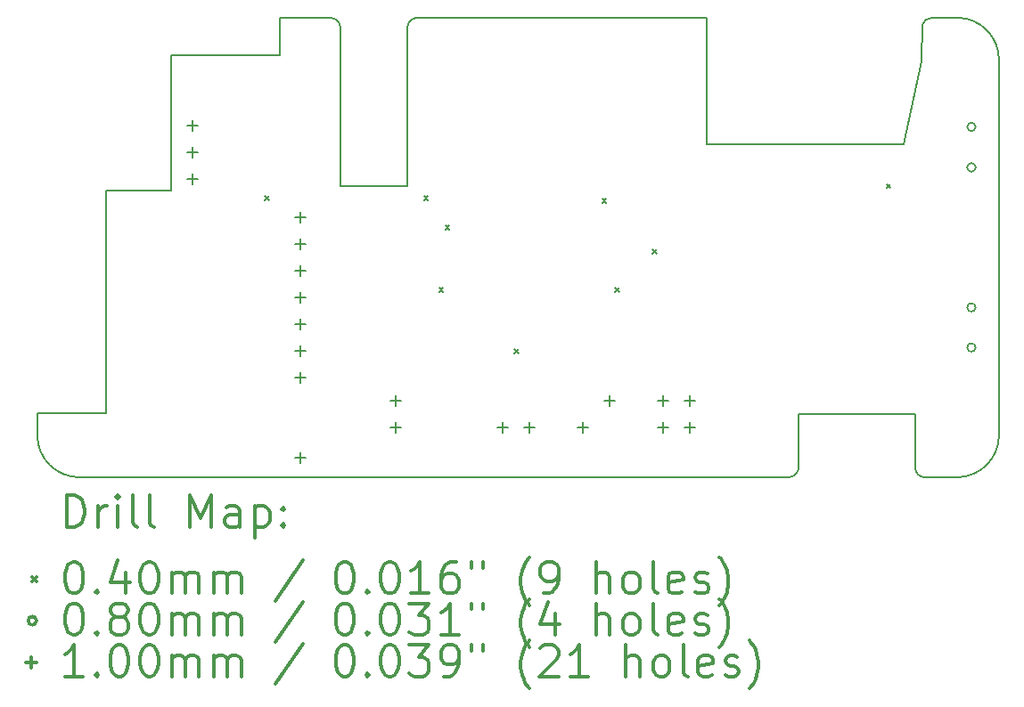
<source format=gbr>
%FSLAX45Y45*%
G04 Gerber Fmt 4.5, Leading zero omitted, Abs format (unit mm)*
G04 Created by KiCad (PCBNEW (5.1.5)-3) date 2020-06-10 15:28:02*
%MOMM*%
%LPD*%
G04 APERTURE LIST*
%TA.AperFunction,Profile*%
%ADD10C,0.150000*%
%TD*%
%ADD11C,0.200000*%
%ADD12C,0.300000*%
G04 APERTURE END LIST*
D10*
X11366500Y-6819900D02*
X10332944Y-6819900D01*
X11366500Y-6462114D02*
X11366500Y-6819900D01*
X9715500Y-10223500D02*
X9715500Y-8108014D01*
X9715500Y-10223500D02*
X9058000Y-10223500D01*
X11938000Y-8063000D02*
X12573000Y-8063000D01*
X10332944Y-8108014D02*
X9715500Y-8108014D01*
X10332944Y-8108014D02*
X10332944Y-6819900D01*
X17489000Y-10833000D02*
G75*
G02X17399000Y-10743000I0J90000D01*
G01*
X17293000Y-7663000D02*
X17462500Y-6883000D01*
X15420000Y-7663000D02*
X17293000Y-7663000D01*
X15420000Y-6463000D02*
X15420000Y-7663000D01*
X11838000Y-6463000D02*
X11366500Y-6462114D01*
X17805253Y-10833000D02*
X17489000Y-10833000D01*
X17462786Y-6533089D02*
G75*
G02X17562500Y-6463000I95233J-29512D01*
G01*
X17462786Y-6533089D02*
X17462500Y-6883000D01*
X16292500Y-10733000D02*
G75*
G02X16192500Y-10833000I-100000J0D01*
G01*
X12573000Y-6563000D02*
G75*
G02X12673000Y-6463000I100000J0D01*
G01*
X11838000Y-6463000D02*
G75*
G02X11938000Y-6563000I0J-100000D01*
G01*
X9458000Y-10833000D02*
G75*
G02X9058000Y-10433000I0J400000D01*
G01*
X18194404Y-10433000D02*
G75*
G02X17805253Y-10833000I-400151J0D01*
G01*
X17805400Y-6463151D02*
G75*
G02X18194404Y-6863000I-10996J-399849D01*
G01*
X17399000Y-10233000D02*
X16292500Y-10233000D01*
X16292500Y-10233000D02*
X16292500Y-10733000D01*
X17399000Y-10743000D02*
X17399000Y-10233000D01*
X16192500Y-10833000D02*
X12420000Y-10833000D01*
X18194404Y-6863000D02*
X18194404Y-10433000D01*
X17562500Y-6463000D02*
X17805400Y-6463151D01*
X12673000Y-6463000D02*
X15420000Y-6463000D01*
X12573000Y-8063000D02*
X12573000Y-6563000D01*
X11938000Y-6563000D02*
X11938000Y-8063000D01*
X9058000Y-10433000D02*
X9058000Y-10223500D01*
X12420000Y-10833000D02*
X9458000Y-10833000D01*
D11*
X11219246Y-8158800D02*
X11259246Y-8198800D01*
X11259246Y-8158800D02*
X11219246Y-8198800D01*
X12730800Y-8158800D02*
X12770800Y-8198800D01*
X12770800Y-8158800D02*
X12730800Y-8198800D01*
X12875580Y-9033068D02*
X12915580Y-9073068D01*
X12915580Y-9033068D02*
X12875580Y-9073068D01*
X12934000Y-8438200D02*
X12974000Y-8478200D01*
X12974000Y-8438200D02*
X12934000Y-8478200D01*
X13593130Y-9618030D02*
X13633130Y-9658030D01*
X13633130Y-9618030D02*
X13593130Y-9658030D01*
X14423964Y-8183184D02*
X14463964Y-8223184D01*
X14463964Y-8183184D02*
X14423964Y-8223184D01*
X14546392Y-9033830D02*
X14586392Y-9073830D01*
X14586392Y-9033830D02*
X14546392Y-9073830D01*
X14903770Y-8666546D02*
X14943770Y-8706546D01*
X14943770Y-8666546D02*
X14903770Y-8706546D01*
X17125000Y-8044500D02*
X17165000Y-8084500D01*
X17165000Y-8044500D02*
X17125000Y-8084500D01*
X17972400Y-7501700D02*
G75*
G03X17972400Y-7501700I-40000J0D01*
G01*
X17972400Y-7886700D02*
G75*
G03X17972400Y-7886700I-40000J0D01*
G01*
X17972400Y-9218700D02*
G75*
G03X17972400Y-9218700I-40000J0D01*
G01*
X17972400Y-9599700D02*
G75*
G03X17972400Y-9599700I-40000J0D01*
G01*
X12464455Y-10057453D02*
X12464455Y-10157453D01*
X12414455Y-10107453D02*
X12514455Y-10107453D01*
X12464455Y-10311453D02*
X12464455Y-10411453D01*
X12414455Y-10361453D02*
X12514455Y-10361453D01*
X13480455Y-10311453D02*
X13480455Y-10411453D01*
X13430455Y-10361453D02*
X13530455Y-10361453D01*
X13734455Y-10311453D02*
X13734455Y-10411453D01*
X13684455Y-10361453D02*
X13784455Y-10361453D01*
X14242455Y-10311453D02*
X14242455Y-10411453D01*
X14192455Y-10361453D02*
X14292455Y-10361453D01*
X14496455Y-10057453D02*
X14496455Y-10157453D01*
X14446455Y-10107453D02*
X14546455Y-10107453D01*
X15004455Y-10057453D02*
X15004455Y-10157453D01*
X14954455Y-10107453D02*
X15054455Y-10107453D01*
X15004455Y-10311453D02*
X15004455Y-10411453D01*
X14954455Y-10361453D02*
X15054455Y-10361453D01*
X15258455Y-10056453D02*
X15258455Y-10156453D01*
X15208455Y-10106453D02*
X15308455Y-10106453D01*
X15258455Y-10310453D02*
X15258455Y-10410453D01*
X15208455Y-10360453D02*
X15308455Y-10360453D01*
X10532944Y-7438014D02*
X10532944Y-7538014D01*
X10482944Y-7488014D02*
X10582944Y-7488014D01*
X10532944Y-7692014D02*
X10532944Y-7792014D01*
X10482944Y-7742014D02*
X10582944Y-7742014D01*
X10532944Y-7946014D02*
X10532944Y-8046014D01*
X10482944Y-7996014D02*
X10582944Y-7996014D01*
X11553952Y-8312188D02*
X11553952Y-8412188D01*
X11503952Y-8362188D02*
X11603952Y-8362188D01*
X11553952Y-8566188D02*
X11553952Y-8666188D01*
X11503952Y-8616188D02*
X11603952Y-8616188D01*
X11553952Y-8820188D02*
X11553952Y-8920188D01*
X11503952Y-8870188D02*
X11603952Y-8870188D01*
X11553952Y-9074188D02*
X11553952Y-9174188D01*
X11503952Y-9124188D02*
X11603952Y-9124188D01*
X11553952Y-9328188D02*
X11553952Y-9428188D01*
X11503952Y-9378188D02*
X11603952Y-9378188D01*
X11553952Y-9582188D02*
X11553952Y-9682188D01*
X11503952Y-9632188D02*
X11603952Y-9632188D01*
X11553952Y-9836188D02*
X11553952Y-9936188D01*
X11503952Y-9886188D02*
X11603952Y-9886188D01*
X11553952Y-10598188D02*
X11553952Y-10698188D01*
X11503952Y-10648188D02*
X11603952Y-10648188D01*
D12*
X9336928Y-11306214D02*
X9336928Y-11006214D01*
X9408357Y-11006214D01*
X9451214Y-11020500D01*
X9479786Y-11049072D01*
X9494071Y-11077643D01*
X9508357Y-11134786D01*
X9508357Y-11177643D01*
X9494071Y-11234786D01*
X9479786Y-11263357D01*
X9451214Y-11291929D01*
X9408357Y-11306214D01*
X9336928Y-11306214D01*
X9636928Y-11306214D02*
X9636928Y-11106214D01*
X9636928Y-11163357D02*
X9651214Y-11134786D01*
X9665500Y-11120500D01*
X9694071Y-11106214D01*
X9722643Y-11106214D01*
X9822643Y-11306214D02*
X9822643Y-11106214D01*
X9822643Y-11006214D02*
X9808357Y-11020500D01*
X9822643Y-11034786D01*
X9836928Y-11020500D01*
X9822643Y-11006214D01*
X9822643Y-11034786D01*
X10008357Y-11306214D02*
X9979786Y-11291929D01*
X9965500Y-11263357D01*
X9965500Y-11006214D01*
X10165500Y-11306214D02*
X10136928Y-11291929D01*
X10122643Y-11263357D01*
X10122643Y-11006214D01*
X10508357Y-11306214D02*
X10508357Y-11006214D01*
X10608357Y-11220500D01*
X10708357Y-11006214D01*
X10708357Y-11306214D01*
X10979786Y-11306214D02*
X10979786Y-11149072D01*
X10965500Y-11120500D01*
X10936928Y-11106214D01*
X10879786Y-11106214D01*
X10851214Y-11120500D01*
X10979786Y-11291929D02*
X10951214Y-11306214D01*
X10879786Y-11306214D01*
X10851214Y-11291929D01*
X10836928Y-11263357D01*
X10836928Y-11234786D01*
X10851214Y-11206214D01*
X10879786Y-11191929D01*
X10951214Y-11191929D01*
X10979786Y-11177643D01*
X11122643Y-11106214D02*
X11122643Y-11406214D01*
X11122643Y-11120500D02*
X11151214Y-11106214D01*
X11208357Y-11106214D01*
X11236928Y-11120500D01*
X11251214Y-11134786D01*
X11265500Y-11163357D01*
X11265500Y-11249071D01*
X11251214Y-11277643D01*
X11236928Y-11291929D01*
X11208357Y-11306214D01*
X11151214Y-11306214D01*
X11122643Y-11291929D01*
X11394071Y-11277643D02*
X11408357Y-11291929D01*
X11394071Y-11306214D01*
X11379786Y-11291929D01*
X11394071Y-11277643D01*
X11394071Y-11306214D01*
X11394071Y-11120500D02*
X11408357Y-11134786D01*
X11394071Y-11149072D01*
X11379786Y-11134786D01*
X11394071Y-11120500D01*
X11394071Y-11149072D01*
X9010500Y-11780500D02*
X9050500Y-11820500D01*
X9050500Y-11780500D02*
X9010500Y-11820500D01*
X9394071Y-11636214D02*
X9422643Y-11636214D01*
X9451214Y-11650500D01*
X9465500Y-11664786D01*
X9479786Y-11693357D01*
X9494071Y-11750500D01*
X9494071Y-11821929D01*
X9479786Y-11879071D01*
X9465500Y-11907643D01*
X9451214Y-11921929D01*
X9422643Y-11936214D01*
X9394071Y-11936214D01*
X9365500Y-11921929D01*
X9351214Y-11907643D01*
X9336928Y-11879071D01*
X9322643Y-11821929D01*
X9322643Y-11750500D01*
X9336928Y-11693357D01*
X9351214Y-11664786D01*
X9365500Y-11650500D01*
X9394071Y-11636214D01*
X9622643Y-11907643D02*
X9636928Y-11921929D01*
X9622643Y-11936214D01*
X9608357Y-11921929D01*
X9622643Y-11907643D01*
X9622643Y-11936214D01*
X9894071Y-11736214D02*
X9894071Y-11936214D01*
X9822643Y-11621929D02*
X9751214Y-11836214D01*
X9936928Y-11836214D01*
X10108357Y-11636214D02*
X10136928Y-11636214D01*
X10165500Y-11650500D01*
X10179786Y-11664786D01*
X10194071Y-11693357D01*
X10208357Y-11750500D01*
X10208357Y-11821929D01*
X10194071Y-11879071D01*
X10179786Y-11907643D01*
X10165500Y-11921929D01*
X10136928Y-11936214D01*
X10108357Y-11936214D01*
X10079786Y-11921929D01*
X10065500Y-11907643D01*
X10051214Y-11879071D01*
X10036928Y-11821929D01*
X10036928Y-11750500D01*
X10051214Y-11693357D01*
X10065500Y-11664786D01*
X10079786Y-11650500D01*
X10108357Y-11636214D01*
X10336928Y-11936214D02*
X10336928Y-11736214D01*
X10336928Y-11764786D02*
X10351214Y-11750500D01*
X10379786Y-11736214D01*
X10422643Y-11736214D01*
X10451214Y-11750500D01*
X10465500Y-11779071D01*
X10465500Y-11936214D01*
X10465500Y-11779071D02*
X10479786Y-11750500D01*
X10508357Y-11736214D01*
X10551214Y-11736214D01*
X10579786Y-11750500D01*
X10594071Y-11779071D01*
X10594071Y-11936214D01*
X10736928Y-11936214D02*
X10736928Y-11736214D01*
X10736928Y-11764786D02*
X10751214Y-11750500D01*
X10779786Y-11736214D01*
X10822643Y-11736214D01*
X10851214Y-11750500D01*
X10865500Y-11779071D01*
X10865500Y-11936214D01*
X10865500Y-11779071D02*
X10879786Y-11750500D01*
X10908357Y-11736214D01*
X10951214Y-11736214D01*
X10979786Y-11750500D01*
X10994071Y-11779071D01*
X10994071Y-11936214D01*
X11579786Y-11621929D02*
X11322643Y-12007643D01*
X11965500Y-11636214D02*
X11994071Y-11636214D01*
X12022643Y-11650500D01*
X12036928Y-11664786D01*
X12051214Y-11693357D01*
X12065500Y-11750500D01*
X12065500Y-11821929D01*
X12051214Y-11879071D01*
X12036928Y-11907643D01*
X12022643Y-11921929D01*
X11994071Y-11936214D01*
X11965500Y-11936214D01*
X11936928Y-11921929D01*
X11922643Y-11907643D01*
X11908357Y-11879071D01*
X11894071Y-11821929D01*
X11894071Y-11750500D01*
X11908357Y-11693357D01*
X11922643Y-11664786D01*
X11936928Y-11650500D01*
X11965500Y-11636214D01*
X12194071Y-11907643D02*
X12208357Y-11921929D01*
X12194071Y-11936214D01*
X12179786Y-11921929D01*
X12194071Y-11907643D01*
X12194071Y-11936214D01*
X12394071Y-11636214D02*
X12422643Y-11636214D01*
X12451214Y-11650500D01*
X12465500Y-11664786D01*
X12479786Y-11693357D01*
X12494071Y-11750500D01*
X12494071Y-11821929D01*
X12479786Y-11879071D01*
X12465500Y-11907643D01*
X12451214Y-11921929D01*
X12422643Y-11936214D01*
X12394071Y-11936214D01*
X12365500Y-11921929D01*
X12351214Y-11907643D01*
X12336928Y-11879071D01*
X12322643Y-11821929D01*
X12322643Y-11750500D01*
X12336928Y-11693357D01*
X12351214Y-11664786D01*
X12365500Y-11650500D01*
X12394071Y-11636214D01*
X12779786Y-11936214D02*
X12608357Y-11936214D01*
X12694071Y-11936214D02*
X12694071Y-11636214D01*
X12665500Y-11679071D01*
X12636928Y-11707643D01*
X12608357Y-11721929D01*
X13036928Y-11636214D02*
X12979786Y-11636214D01*
X12951214Y-11650500D01*
X12936928Y-11664786D01*
X12908357Y-11707643D01*
X12894071Y-11764786D01*
X12894071Y-11879071D01*
X12908357Y-11907643D01*
X12922643Y-11921929D01*
X12951214Y-11936214D01*
X13008357Y-11936214D01*
X13036928Y-11921929D01*
X13051214Y-11907643D01*
X13065500Y-11879071D01*
X13065500Y-11807643D01*
X13051214Y-11779071D01*
X13036928Y-11764786D01*
X13008357Y-11750500D01*
X12951214Y-11750500D01*
X12922643Y-11764786D01*
X12908357Y-11779071D01*
X12894071Y-11807643D01*
X13179786Y-11636214D02*
X13179786Y-11693357D01*
X13294071Y-11636214D02*
X13294071Y-11693357D01*
X13736928Y-12050500D02*
X13722643Y-12036214D01*
X13694071Y-11993357D01*
X13679786Y-11964786D01*
X13665500Y-11921929D01*
X13651214Y-11850500D01*
X13651214Y-11793357D01*
X13665500Y-11721929D01*
X13679786Y-11679071D01*
X13694071Y-11650500D01*
X13722643Y-11607643D01*
X13736928Y-11593357D01*
X13865500Y-11936214D02*
X13922643Y-11936214D01*
X13951214Y-11921929D01*
X13965500Y-11907643D01*
X13994071Y-11864786D01*
X14008357Y-11807643D01*
X14008357Y-11693357D01*
X13994071Y-11664786D01*
X13979786Y-11650500D01*
X13951214Y-11636214D01*
X13894071Y-11636214D01*
X13865500Y-11650500D01*
X13851214Y-11664786D01*
X13836928Y-11693357D01*
X13836928Y-11764786D01*
X13851214Y-11793357D01*
X13865500Y-11807643D01*
X13894071Y-11821929D01*
X13951214Y-11821929D01*
X13979786Y-11807643D01*
X13994071Y-11793357D01*
X14008357Y-11764786D01*
X14365500Y-11936214D02*
X14365500Y-11636214D01*
X14494071Y-11936214D02*
X14494071Y-11779071D01*
X14479786Y-11750500D01*
X14451214Y-11736214D01*
X14408357Y-11736214D01*
X14379786Y-11750500D01*
X14365500Y-11764786D01*
X14679786Y-11936214D02*
X14651214Y-11921929D01*
X14636928Y-11907643D01*
X14622643Y-11879071D01*
X14622643Y-11793357D01*
X14636928Y-11764786D01*
X14651214Y-11750500D01*
X14679786Y-11736214D01*
X14722643Y-11736214D01*
X14751214Y-11750500D01*
X14765500Y-11764786D01*
X14779786Y-11793357D01*
X14779786Y-11879071D01*
X14765500Y-11907643D01*
X14751214Y-11921929D01*
X14722643Y-11936214D01*
X14679786Y-11936214D01*
X14951214Y-11936214D02*
X14922643Y-11921929D01*
X14908357Y-11893357D01*
X14908357Y-11636214D01*
X15179786Y-11921929D02*
X15151214Y-11936214D01*
X15094071Y-11936214D01*
X15065500Y-11921929D01*
X15051214Y-11893357D01*
X15051214Y-11779071D01*
X15065500Y-11750500D01*
X15094071Y-11736214D01*
X15151214Y-11736214D01*
X15179786Y-11750500D01*
X15194071Y-11779071D01*
X15194071Y-11807643D01*
X15051214Y-11836214D01*
X15308357Y-11921929D02*
X15336928Y-11936214D01*
X15394071Y-11936214D01*
X15422643Y-11921929D01*
X15436928Y-11893357D01*
X15436928Y-11879071D01*
X15422643Y-11850500D01*
X15394071Y-11836214D01*
X15351214Y-11836214D01*
X15322643Y-11821929D01*
X15308357Y-11793357D01*
X15308357Y-11779071D01*
X15322643Y-11750500D01*
X15351214Y-11736214D01*
X15394071Y-11736214D01*
X15422643Y-11750500D01*
X15536928Y-12050500D02*
X15551214Y-12036214D01*
X15579786Y-11993357D01*
X15594071Y-11964786D01*
X15608357Y-11921929D01*
X15622643Y-11850500D01*
X15622643Y-11793357D01*
X15608357Y-11721929D01*
X15594071Y-11679071D01*
X15579786Y-11650500D01*
X15551214Y-11607643D01*
X15536928Y-11593357D01*
X9050500Y-12196500D02*
G75*
G03X9050500Y-12196500I-40000J0D01*
G01*
X9394071Y-12032214D02*
X9422643Y-12032214D01*
X9451214Y-12046500D01*
X9465500Y-12060786D01*
X9479786Y-12089357D01*
X9494071Y-12146500D01*
X9494071Y-12217929D01*
X9479786Y-12275071D01*
X9465500Y-12303643D01*
X9451214Y-12317929D01*
X9422643Y-12332214D01*
X9394071Y-12332214D01*
X9365500Y-12317929D01*
X9351214Y-12303643D01*
X9336928Y-12275071D01*
X9322643Y-12217929D01*
X9322643Y-12146500D01*
X9336928Y-12089357D01*
X9351214Y-12060786D01*
X9365500Y-12046500D01*
X9394071Y-12032214D01*
X9622643Y-12303643D02*
X9636928Y-12317929D01*
X9622643Y-12332214D01*
X9608357Y-12317929D01*
X9622643Y-12303643D01*
X9622643Y-12332214D01*
X9808357Y-12160786D02*
X9779786Y-12146500D01*
X9765500Y-12132214D01*
X9751214Y-12103643D01*
X9751214Y-12089357D01*
X9765500Y-12060786D01*
X9779786Y-12046500D01*
X9808357Y-12032214D01*
X9865500Y-12032214D01*
X9894071Y-12046500D01*
X9908357Y-12060786D01*
X9922643Y-12089357D01*
X9922643Y-12103643D01*
X9908357Y-12132214D01*
X9894071Y-12146500D01*
X9865500Y-12160786D01*
X9808357Y-12160786D01*
X9779786Y-12175071D01*
X9765500Y-12189357D01*
X9751214Y-12217929D01*
X9751214Y-12275071D01*
X9765500Y-12303643D01*
X9779786Y-12317929D01*
X9808357Y-12332214D01*
X9865500Y-12332214D01*
X9894071Y-12317929D01*
X9908357Y-12303643D01*
X9922643Y-12275071D01*
X9922643Y-12217929D01*
X9908357Y-12189357D01*
X9894071Y-12175071D01*
X9865500Y-12160786D01*
X10108357Y-12032214D02*
X10136928Y-12032214D01*
X10165500Y-12046500D01*
X10179786Y-12060786D01*
X10194071Y-12089357D01*
X10208357Y-12146500D01*
X10208357Y-12217929D01*
X10194071Y-12275071D01*
X10179786Y-12303643D01*
X10165500Y-12317929D01*
X10136928Y-12332214D01*
X10108357Y-12332214D01*
X10079786Y-12317929D01*
X10065500Y-12303643D01*
X10051214Y-12275071D01*
X10036928Y-12217929D01*
X10036928Y-12146500D01*
X10051214Y-12089357D01*
X10065500Y-12060786D01*
X10079786Y-12046500D01*
X10108357Y-12032214D01*
X10336928Y-12332214D02*
X10336928Y-12132214D01*
X10336928Y-12160786D02*
X10351214Y-12146500D01*
X10379786Y-12132214D01*
X10422643Y-12132214D01*
X10451214Y-12146500D01*
X10465500Y-12175071D01*
X10465500Y-12332214D01*
X10465500Y-12175071D02*
X10479786Y-12146500D01*
X10508357Y-12132214D01*
X10551214Y-12132214D01*
X10579786Y-12146500D01*
X10594071Y-12175071D01*
X10594071Y-12332214D01*
X10736928Y-12332214D02*
X10736928Y-12132214D01*
X10736928Y-12160786D02*
X10751214Y-12146500D01*
X10779786Y-12132214D01*
X10822643Y-12132214D01*
X10851214Y-12146500D01*
X10865500Y-12175071D01*
X10865500Y-12332214D01*
X10865500Y-12175071D02*
X10879786Y-12146500D01*
X10908357Y-12132214D01*
X10951214Y-12132214D01*
X10979786Y-12146500D01*
X10994071Y-12175071D01*
X10994071Y-12332214D01*
X11579786Y-12017929D02*
X11322643Y-12403643D01*
X11965500Y-12032214D02*
X11994071Y-12032214D01*
X12022643Y-12046500D01*
X12036928Y-12060786D01*
X12051214Y-12089357D01*
X12065500Y-12146500D01*
X12065500Y-12217929D01*
X12051214Y-12275071D01*
X12036928Y-12303643D01*
X12022643Y-12317929D01*
X11994071Y-12332214D01*
X11965500Y-12332214D01*
X11936928Y-12317929D01*
X11922643Y-12303643D01*
X11908357Y-12275071D01*
X11894071Y-12217929D01*
X11894071Y-12146500D01*
X11908357Y-12089357D01*
X11922643Y-12060786D01*
X11936928Y-12046500D01*
X11965500Y-12032214D01*
X12194071Y-12303643D02*
X12208357Y-12317929D01*
X12194071Y-12332214D01*
X12179786Y-12317929D01*
X12194071Y-12303643D01*
X12194071Y-12332214D01*
X12394071Y-12032214D02*
X12422643Y-12032214D01*
X12451214Y-12046500D01*
X12465500Y-12060786D01*
X12479786Y-12089357D01*
X12494071Y-12146500D01*
X12494071Y-12217929D01*
X12479786Y-12275071D01*
X12465500Y-12303643D01*
X12451214Y-12317929D01*
X12422643Y-12332214D01*
X12394071Y-12332214D01*
X12365500Y-12317929D01*
X12351214Y-12303643D01*
X12336928Y-12275071D01*
X12322643Y-12217929D01*
X12322643Y-12146500D01*
X12336928Y-12089357D01*
X12351214Y-12060786D01*
X12365500Y-12046500D01*
X12394071Y-12032214D01*
X12594071Y-12032214D02*
X12779786Y-12032214D01*
X12679786Y-12146500D01*
X12722643Y-12146500D01*
X12751214Y-12160786D01*
X12765500Y-12175071D01*
X12779786Y-12203643D01*
X12779786Y-12275071D01*
X12765500Y-12303643D01*
X12751214Y-12317929D01*
X12722643Y-12332214D01*
X12636928Y-12332214D01*
X12608357Y-12317929D01*
X12594071Y-12303643D01*
X13065500Y-12332214D02*
X12894071Y-12332214D01*
X12979786Y-12332214D02*
X12979786Y-12032214D01*
X12951214Y-12075071D01*
X12922643Y-12103643D01*
X12894071Y-12117929D01*
X13179786Y-12032214D02*
X13179786Y-12089357D01*
X13294071Y-12032214D02*
X13294071Y-12089357D01*
X13736928Y-12446500D02*
X13722643Y-12432214D01*
X13694071Y-12389357D01*
X13679786Y-12360786D01*
X13665500Y-12317929D01*
X13651214Y-12246500D01*
X13651214Y-12189357D01*
X13665500Y-12117929D01*
X13679786Y-12075071D01*
X13694071Y-12046500D01*
X13722643Y-12003643D01*
X13736928Y-11989357D01*
X13979786Y-12132214D02*
X13979786Y-12332214D01*
X13908357Y-12017929D02*
X13836928Y-12232214D01*
X14022643Y-12232214D01*
X14365500Y-12332214D02*
X14365500Y-12032214D01*
X14494071Y-12332214D02*
X14494071Y-12175071D01*
X14479786Y-12146500D01*
X14451214Y-12132214D01*
X14408357Y-12132214D01*
X14379786Y-12146500D01*
X14365500Y-12160786D01*
X14679786Y-12332214D02*
X14651214Y-12317929D01*
X14636928Y-12303643D01*
X14622643Y-12275071D01*
X14622643Y-12189357D01*
X14636928Y-12160786D01*
X14651214Y-12146500D01*
X14679786Y-12132214D01*
X14722643Y-12132214D01*
X14751214Y-12146500D01*
X14765500Y-12160786D01*
X14779786Y-12189357D01*
X14779786Y-12275071D01*
X14765500Y-12303643D01*
X14751214Y-12317929D01*
X14722643Y-12332214D01*
X14679786Y-12332214D01*
X14951214Y-12332214D02*
X14922643Y-12317929D01*
X14908357Y-12289357D01*
X14908357Y-12032214D01*
X15179786Y-12317929D02*
X15151214Y-12332214D01*
X15094071Y-12332214D01*
X15065500Y-12317929D01*
X15051214Y-12289357D01*
X15051214Y-12175071D01*
X15065500Y-12146500D01*
X15094071Y-12132214D01*
X15151214Y-12132214D01*
X15179786Y-12146500D01*
X15194071Y-12175071D01*
X15194071Y-12203643D01*
X15051214Y-12232214D01*
X15308357Y-12317929D02*
X15336928Y-12332214D01*
X15394071Y-12332214D01*
X15422643Y-12317929D01*
X15436928Y-12289357D01*
X15436928Y-12275071D01*
X15422643Y-12246500D01*
X15394071Y-12232214D01*
X15351214Y-12232214D01*
X15322643Y-12217929D01*
X15308357Y-12189357D01*
X15308357Y-12175071D01*
X15322643Y-12146500D01*
X15351214Y-12132214D01*
X15394071Y-12132214D01*
X15422643Y-12146500D01*
X15536928Y-12446500D02*
X15551214Y-12432214D01*
X15579786Y-12389357D01*
X15594071Y-12360786D01*
X15608357Y-12317929D01*
X15622643Y-12246500D01*
X15622643Y-12189357D01*
X15608357Y-12117929D01*
X15594071Y-12075071D01*
X15579786Y-12046500D01*
X15551214Y-12003643D01*
X15536928Y-11989357D01*
X9000500Y-12542500D02*
X9000500Y-12642500D01*
X8950500Y-12592500D02*
X9050500Y-12592500D01*
X9494071Y-12728214D02*
X9322643Y-12728214D01*
X9408357Y-12728214D02*
X9408357Y-12428214D01*
X9379786Y-12471071D01*
X9351214Y-12499643D01*
X9322643Y-12513929D01*
X9622643Y-12699643D02*
X9636928Y-12713929D01*
X9622643Y-12728214D01*
X9608357Y-12713929D01*
X9622643Y-12699643D01*
X9622643Y-12728214D01*
X9822643Y-12428214D02*
X9851214Y-12428214D01*
X9879786Y-12442500D01*
X9894071Y-12456786D01*
X9908357Y-12485357D01*
X9922643Y-12542500D01*
X9922643Y-12613929D01*
X9908357Y-12671071D01*
X9894071Y-12699643D01*
X9879786Y-12713929D01*
X9851214Y-12728214D01*
X9822643Y-12728214D01*
X9794071Y-12713929D01*
X9779786Y-12699643D01*
X9765500Y-12671071D01*
X9751214Y-12613929D01*
X9751214Y-12542500D01*
X9765500Y-12485357D01*
X9779786Y-12456786D01*
X9794071Y-12442500D01*
X9822643Y-12428214D01*
X10108357Y-12428214D02*
X10136928Y-12428214D01*
X10165500Y-12442500D01*
X10179786Y-12456786D01*
X10194071Y-12485357D01*
X10208357Y-12542500D01*
X10208357Y-12613929D01*
X10194071Y-12671071D01*
X10179786Y-12699643D01*
X10165500Y-12713929D01*
X10136928Y-12728214D01*
X10108357Y-12728214D01*
X10079786Y-12713929D01*
X10065500Y-12699643D01*
X10051214Y-12671071D01*
X10036928Y-12613929D01*
X10036928Y-12542500D01*
X10051214Y-12485357D01*
X10065500Y-12456786D01*
X10079786Y-12442500D01*
X10108357Y-12428214D01*
X10336928Y-12728214D02*
X10336928Y-12528214D01*
X10336928Y-12556786D02*
X10351214Y-12542500D01*
X10379786Y-12528214D01*
X10422643Y-12528214D01*
X10451214Y-12542500D01*
X10465500Y-12571071D01*
X10465500Y-12728214D01*
X10465500Y-12571071D02*
X10479786Y-12542500D01*
X10508357Y-12528214D01*
X10551214Y-12528214D01*
X10579786Y-12542500D01*
X10594071Y-12571071D01*
X10594071Y-12728214D01*
X10736928Y-12728214D02*
X10736928Y-12528214D01*
X10736928Y-12556786D02*
X10751214Y-12542500D01*
X10779786Y-12528214D01*
X10822643Y-12528214D01*
X10851214Y-12542500D01*
X10865500Y-12571071D01*
X10865500Y-12728214D01*
X10865500Y-12571071D02*
X10879786Y-12542500D01*
X10908357Y-12528214D01*
X10951214Y-12528214D01*
X10979786Y-12542500D01*
X10994071Y-12571071D01*
X10994071Y-12728214D01*
X11579786Y-12413929D02*
X11322643Y-12799643D01*
X11965500Y-12428214D02*
X11994071Y-12428214D01*
X12022643Y-12442500D01*
X12036928Y-12456786D01*
X12051214Y-12485357D01*
X12065500Y-12542500D01*
X12065500Y-12613929D01*
X12051214Y-12671071D01*
X12036928Y-12699643D01*
X12022643Y-12713929D01*
X11994071Y-12728214D01*
X11965500Y-12728214D01*
X11936928Y-12713929D01*
X11922643Y-12699643D01*
X11908357Y-12671071D01*
X11894071Y-12613929D01*
X11894071Y-12542500D01*
X11908357Y-12485357D01*
X11922643Y-12456786D01*
X11936928Y-12442500D01*
X11965500Y-12428214D01*
X12194071Y-12699643D02*
X12208357Y-12713929D01*
X12194071Y-12728214D01*
X12179786Y-12713929D01*
X12194071Y-12699643D01*
X12194071Y-12728214D01*
X12394071Y-12428214D02*
X12422643Y-12428214D01*
X12451214Y-12442500D01*
X12465500Y-12456786D01*
X12479786Y-12485357D01*
X12494071Y-12542500D01*
X12494071Y-12613929D01*
X12479786Y-12671071D01*
X12465500Y-12699643D01*
X12451214Y-12713929D01*
X12422643Y-12728214D01*
X12394071Y-12728214D01*
X12365500Y-12713929D01*
X12351214Y-12699643D01*
X12336928Y-12671071D01*
X12322643Y-12613929D01*
X12322643Y-12542500D01*
X12336928Y-12485357D01*
X12351214Y-12456786D01*
X12365500Y-12442500D01*
X12394071Y-12428214D01*
X12594071Y-12428214D02*
X12779786Y-12428214D01*
X12679786Y-12542500D01*
X12722643Y-12542500D01*
X12751214Y-12556786D01*
X12765500Y-12571071D01*
X12779786Y-12599643D01*
X12779786Y-12671071D01*
X12765500Y-12699643D01*
X12751214Y-12713929D01*
X12722643Y-12728214D01*
X12636928Y-12728214D01*
X12608357Y-12713929D01*
X12594071Y-12699643D01*
X12922643Y-12728214D02*
X12979786Y-12728214D01*
X13008357Y-12713929D01*
X13022643Y-12699643D01*
X13051214Y-12656786D01*
X13065500Y-12599643D01*
X13065500Y-12485357D01*
X13051214Y-12456786D01*
X13036928Y-12442500D01*
X13008357Y-12428214D01*
X12951214Y-12428214D01*
X12922643Y-12442500D01*
X12908357Y-12456786D01*
X12894071Y-12485357D01*
X12894071Y-12556786D01*
X12908357Y-12585357D01*
X12922643Y-12599643D01*
X12951214Y-12613929D01*
X13008357Y-12613929D01*
X13036928Y-12599643D01*
X13051214Y-12585357D01*
X13065500Y-12556786D01*
X13179786Y-12428214D02*
X13179786Y-12485357D01*
X13294071Y-12428214D02*
X13294071Y-12485357D01*
X13736928Y-12842500D02*
X13722643Y-12828214D01*
X13694071Y-12785357D01*
X13679786Y-12756786D01*
X13665500Y-12713929D01*
X13651214Y-12642500D01*
X13651214Y-12585357D01*
X13665500Y-12513929D01*
X13679786Y-12471071D01*
X13694071Y-12442500D01*
X13722643Y-12399643D01*
X13736928Y-12385357D01*
X13836928Y-12456786D02*
X13851214Y-12442500D01*
X13879786Y-12428214D01*
X13951214Y-12428214D01*
X13979786Y-12442500D01*
X13994071Y-12456786D01*
X14008357Y-12485357D01*
X14008357Y-12513929D01*
X13994071Y-12556786D01*
X13822643Y-12728214D01*
X14008357Y-12728214D01*
X14294071Y-12728214D02*
X14122643Y-12728214D01*
X14208357Y-12728214D02*
X14208357Y-12428214D01*
X14179786Y-12471071D01*
X14151214Y-12499643D01*
X14122643Y-12513929D01*
X14651214Y-12728214D02*
X14651214Y-12428214D01*
X14779786Y-12728214D02*
X14779786Y-12571071D01*
X14765500Y-12542500D01*
X14736928Y-12528214D01*
X14694071Y-12528214D01*
X14665500Y-12542500D01*
X14651214Y-12556786D01*
X14965500Y-12728214D02*
X14936928Y-12713929D01*
X14922643Y-12699643D01*
X14908357Y-12671071D01*
X14908357Y-12585357D01*
X14922643Y-12556786D01*
X14936928Y-12542500D01*
X14965500Y-12528214D01*
X15008357Y-12528214D01*
X15036928Y-12542500D01*
X15051214Y-12556786D01*
X15065500Y-12585357D01*
X15065500Y-12671071D01*
X15051214Y-12699643D01*
X15036928Y-12713929D01*
X15008357Y-12728214D01*
X14965500Y-12728214D01*
X15236928Y-12728214D02*
X15208357Y-12713929D01*
X15194071Y-12685357D01*
X15194071Y-12428214D01*
X15465500Y-12713929D02*
X15436928Y-12728214D01*
X15379786Y-12728214D01*
X15351214Y-12713929D01*
X15336928Y-12685357D01*
X15336928Y-12571071D01*
X15351214Y-12542500D01*
X15379786Y-12528214D01*
X15436928Y-12528214D01*
X15465500Y-12542500D01*
X15479786Y-12571071D01*
X15479786Y-12599643D01*
X15336928Y-12628214D01*
X15594071Y-12713929D02*
X15622643Y-12728214D01*
X15679786Y-12728214D01*
X15708357Y-12713929D01*
X15722643Y-12685357D01*
X15722643Y-12671071D01*
X15708357Y-12642500D01*
X15679786Y-12628214D01*
X15636928Y-12628214D01*
X15608357Y-12613929D01*
X15594071Y-12585357D01*
X15594071Y-12571071D01*
X15608357Y-12542500D01*
X15636928Y-12528214D01*
X15679786Y-12528214D01*
X15708357Y-12542500D01*
X15822643Y-12842500D02*
X15836928Y-12828214D01*
X15865500Y-12785357D01*
X15879786Y-12756786D01*
X15894071Y-12713929D01*
X15908357Y-12642500D01*
X15908357Y-12585357D01*
X15894071Y-12513929D01*
X15879786Y-12471071D01*
X15865500Y-12442500D01*
X15836928Y-12399643D01*
X15822643Y-12385357D01*
M02*

</source>
